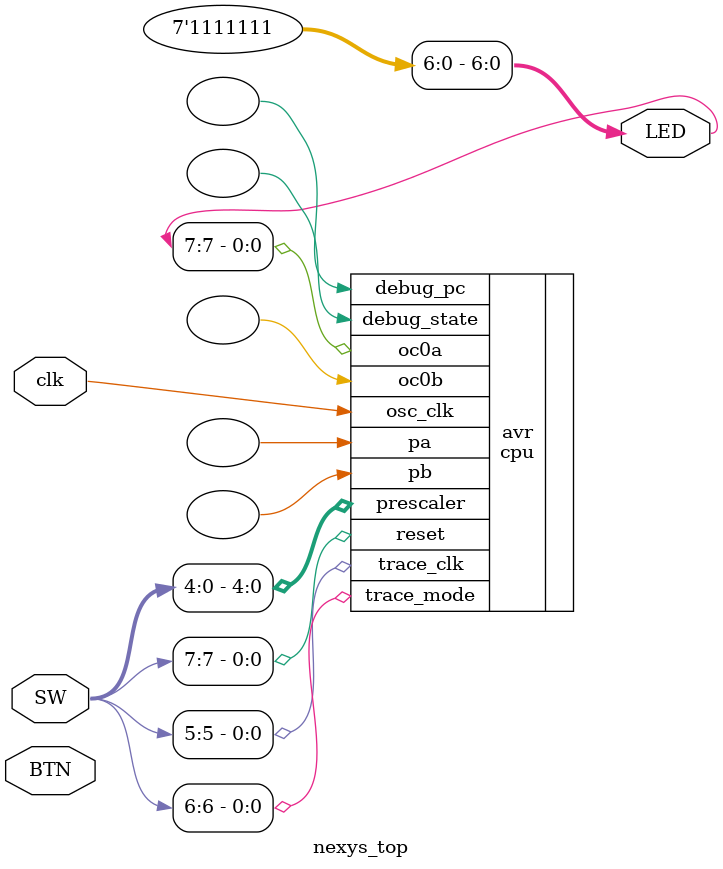
<source format=v>
module nexys_top (
        // Clock sources
        input  wire       clk, // Primary oscillator, Linear Tech. LTC6905 Oscillator
        // User I/O
        inout  wire [4:0] BTN,     // non-debounced push-buttons, active high
        output wire [7:0] LED,     // green LEDs, active high
        inout  wire [7:0] SW       // slide switches
    );

    assign LED[6:0] = 7'b1111111;

    cpu #(
        .INSTR_WIDTH     (16),
        .DATA_WIDTH      (8),
        .I_ADDR_WIDTH    (10),
        .ADDR_WIDTH      (16),
        .D_ADDR_WIDTH    (7),
        .IO_ADDR_WIDTH   (6),
        .R_ADDR_WIDTH    (5),
        .RST_ACTIVE_LEVEL(1)
    ) avr (
        .osc_clk    (clk),
        .reset      (SW[7]),
        .trace_mode (SW[6]),
        .trace_clk  (SW[5]),
        .prescaler  (SW[4:0]), // HOW_TO_USE_PRESCALER
        .pb         (),
        .pa         (),
        .oc0a       (LED[7]),
        .oc0b       (),
        .debug_pc   (),
        .debug_state()
    );

endmodule

</source>
